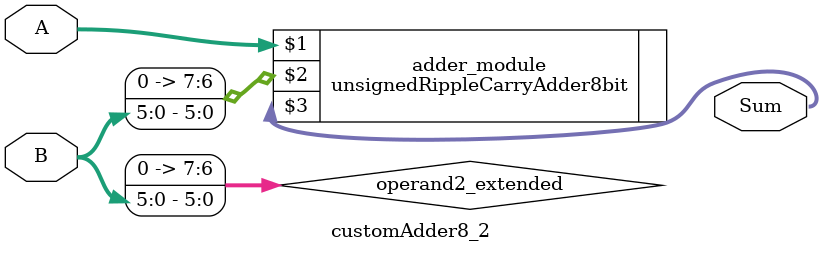
<source format=v>

module customAdder8_2(
                    input [7 : 0] A,
                    input [5 : 0] B,
                    
                    output [8 : 0] Sum
            );

    wire [7 : 0] operand2_extended;
    
    assign operand2_extended =  {2'b0, B};
    
    unsignedRippleCarryAdder8bit adder_module(
        A,
        operand2_extended,
        Sum
    );
    
endmodule
        
</source>
